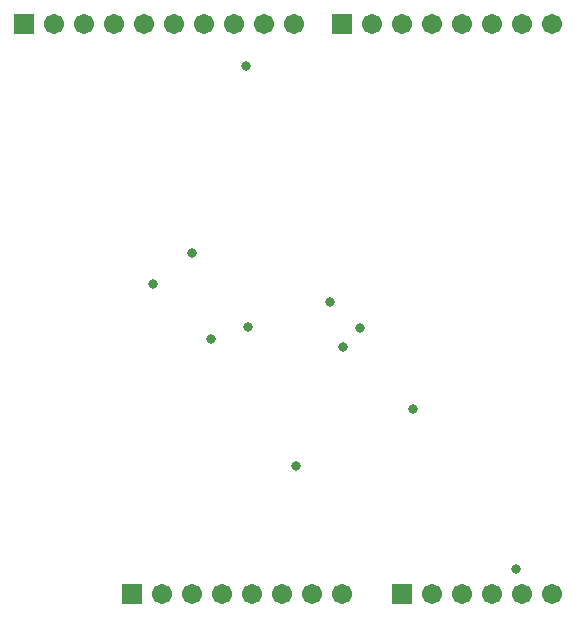
<source format=gbs>
%FSLAX25Y25*%
%MOIN*%
G70*
G01*
G75*
G04 Layer_Color=16711935*
%ADD10R,0.02953X0.01378*%
%ADD11R,0.13780X0.10236*%
%ADD12R,0.02756X0.03543*%
%ADD13R,0.02953X0.03150*%
%ADD14R,0.03150X0.02953*%
%ADD15R,0.03543X0.02756*%
%ADD16R,0.02559X0.05315*%
%ADD17R,0.02953X0.00984*%
%ADD18O,0.01969X0.00787*%
%ADD19O,0.00787X0.01969*%
%ADD20R,0.06693X0.06063*%
%ADD21O,0.05709X0.02362*%
%ADD22R,0.07087X0.03937*%
%ADD23C,0.00598*%
%ADD24C,0.02016*%
%ADD25C,0.01000*%
%ADD26C,0.05906*%
%ADD27R,0.05906X0.05906*%
%ADD28C,0.02362*%
%ADD29C,0.00394*%
%ADD30C,0.00984*%
%ADD31C,0.02362*%
%ADD32C,0.00600*%
%ADD33C,0.00787*%
%ADD34R,0.14579X0.11036*%
%ADD35R,0.03556X0.04343*%
%ADD36R,0.03753X0.03950*%
%ADD37R,0.03950X0.03753*%
%ADD38R,0.04343X0.03556*%
%ADD39R,0.03359X0.06115*%
%ADD40O,0.02769X0.01587*%
%ADD41O,0.01587X0.02769*%
%ADD42R,0.07493X0.06863*%
%ADD43O,0.06509X0.03162*%
%ADD44R,0.07887X0.04737*%
%ADD45C,0.06706*%
%ADD46R,0.06706X0.06706*%
%ADD47C,0.03162*%
D45*
X175906Y10000D02*
D03*
X165906D02*
D03*
X155906D02*
D03*
X145906D02*
D03*
X135906D02*
D03*
X125906D02*
D03*
X115906D02*
D03*
X245906D02*
D03*
X235906D02*
D03*
X225906D02*
D03*
X215906D02*
D03*
X205906D02*
D03*
X79921Y200000D02*
D03*
X99921D02*
D03*
X109921D02*
D03*
X119921D02*
D03*
X129921D02*
D03*
X139921D02*
D03*
X149921D02*
D03*
X159921D02*
D03*
X89921D02*
D03*
X245906D02*
D03*
X235906D02*
D03*
X225906D02*
D03*
X215906D02*
D03*
X205906D02*
D03*
X195906D02*
D03*
X185906D02*
D03*
D46*
X105906Y10000D02*
D03*
X195906D02*
D03*
X69921Y200000D02*
D03*
X175906D02*
D03*
D47*
X113000Y113500D02*
D03*
X181900Y98600D02*
D03*
X172000Y107300D02*
D03*
X125900Y123700D02*
D03*
X143900Y185900D02*
D03*
X144700Y98900D02*
D03*
X234100Y18500D02*
D03*
X199800Y71800D02*
D03*
X160675Y52625D02*
D03*
X132447Y94997D02*
D03*
X176300Y92500D02*
D03*
M02*

</source>
